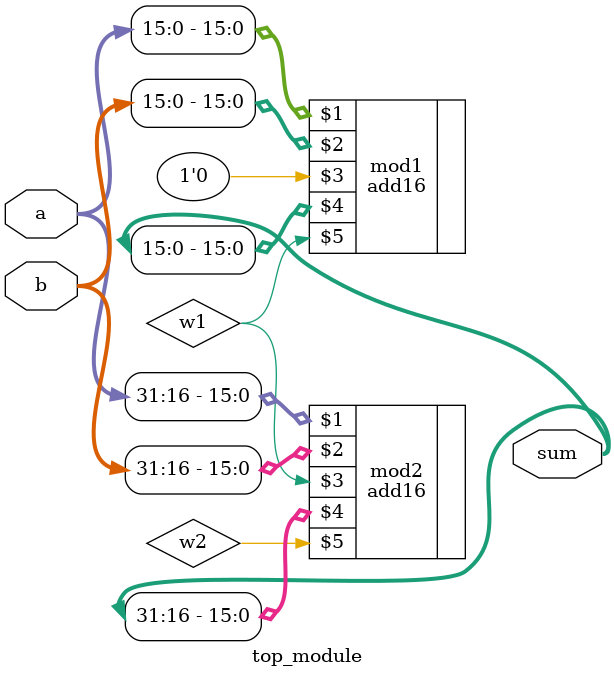
<source format=v>
module top_module(
    input [31:0] a,
    input [31:0] b,
    output [31:0] sum
);
    wire w1, w2;
    add16 mod1 (a[15:0], b[15:0], 1'b0, sum[15:0], w1);
    add16 mod2 (a[31:16], b[31:16], w1, sum[31:16], w2);
endmodule
</source>
